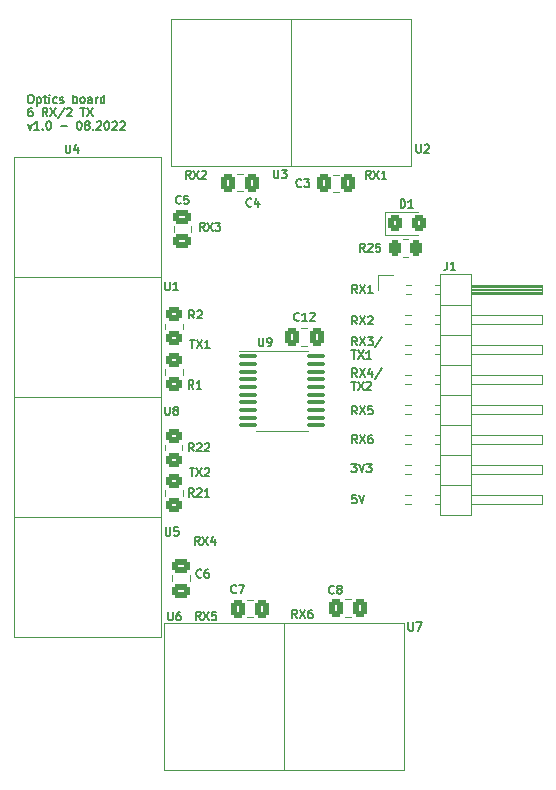
<source format=gto>
G04 #@! TF.GenerationSoftware,KiCad,Pcbnew,(6.0.6)*
G04 #@! TF.CreationDate,2022-08-29T16:25:24+02:00*
G04 #@! TF.ProjectId,optic-transceiver-board-2t6r,6f707469-632d-4747-9261-6e7363656976,rev?*
G04 #@! TF.SameCoordinates,Original*
G04 #@! TF.FileFunction,Legend,Top*
G04 #@! TF.FilePolarity,Positive*
%FSLAX46Y46*%
G04 Gerber Fmt 4.6, Leading zero omitted, Abs format (unit mm)*
G04 Created by KiCad (PCBNEW (6.0.6)) date 2022-08-29 16:25:24*
%MOMM*%
%LPD*%
G01*
G04 APERTURE LIST*
G04 Aperture macros list*
%AMRoundRect*
0 Rectangle with rounded corners*
0 $1 Rounding radius*
0 $2 $3 $4 $5 $6 $7 $8 $9 X,Y pos of 4 corners*
0 Add a 4 corners polygon primitive as box body*
4,1,4,$2,$3,$4,$5,$6,$7,$8,$9,$2,$3,0*
0 Add four circle primitives for the rounded corners*
1,1,$1+$1,$2,$3*
1,1,$1+$1,$4,$5*
1,1,$1+$1,$6,$7*
1,1,$1+$1,$8,$9*
0 Add four rect primitives between the rounded corners*
20,1,$1+$1,$2,$3,$4,$5,0*
20,1,$1+$1,$4,$5,$6,$7,0*
20,1,$1+$1,$6,$7,$8,$9,0*
20,1,$1+$1,$8,$9,$2,$3,0*%
G04 Aperture macros list end*
%ADD10C,0.150000*%
%ADD11C,0.120000*%
%ADD12RoundRect,0.250000X0.337500X0.475000X-0.337500X0.475000X-0.337500X-0.475000X0.337500X-0.475000X0*%
%ADD13RoundRect,0.250000X0.475000X-0.337500X0.475000X0.337500X-0.475000X0.337500X-0.475000X-0.337500X0*%
%ADD14RoundRect,0.250000X-0.325000X-0.450000X0.325000X-0.450000X0.325000X0.450000X-0.325000X0.450000X0*%
%ADD15RoundRect,0.250000X-0.337500X-0.475000X0.337500X-0.475000X0.337500X0.475000X-0.337500X0.475000X0*%
%ADD16RoundRect,0.250000X0.450000X-0.350000X0.450000X0.350000X-0.450000X0.350000X-0.450000X-0.350000X0*%
%ADD17C,3.200000*%
%ADD18C,1.515000*%
%ADD19RoundRect,0.250000X-0.450000X0.350000X-0.450000X-0.350000X0.450000X-0.350000X0.450000X0.350000X0*%
%ADD20RoundRect,0.250000X-0.262500X-0.450000X0.262500X-0.450000X0.262500X0.450000X-0.262500X0.450000X0*%
%ADD21R,1.700000X1.700000*%
%ADD22O,1.700000X1.700000*%
%ADD23RoundRect,0.100000X-0.637500X-0.100000X0.637500X-0.100000X0.637500X0.100000X-0.637500X0.100000X0*%
G04 APERTURE END LIST*
D10*
X97634533Y-70177866D02*
X98034533Y-70177866D01*
X97834533Y-70877866D02*
X97834533Y-70177866D01*
X98201200Y-70177866D02*
X98667866Y-70877866D01*
X98667866Y-70177866D02*
X98201200Y-70877866D01*
X99301200Y-70877866D02*
X98901200Y-70877866D01*
X99101200Y-70877866D02*
X99101200Y-70177866D01*
X99034533Y-70277866D01*
X98967866Y-70344533D01*
X98901200Y-70377866D01*
X97609133Y-81049066D02*
X98009133Y-81049066D01*
X97809133Y-81749066D02*
X97809133Y-81049066D01*
X98175800Y-81049066D02*
X98642466Y-81749066D01*
X98642466Y-81049066D02*
X98175800Y-81749066D01*
X98875800Y-81115733D02*
X98909133Y-81082400D01*
X98975800Y-81049066D01*
X99142466Y-81049066D01*
X99209133Y-81082400D01*
X99242466Y-81115733D01*
X99275800Y-81182400D01*
X99275800Y-81249066D01*
X99242466Y-81349066D01*
X98842466Y-81749066D01*
X99275800Y-81749066D01*
X106687200Y-93763266D02*
X106453866Y-93429933D01*
X106287200Y-93763266D02*
X106287200Y-93063266D01*
X106553866Y-93063266D01*
X106620533Y-93096600D01*
X106653866Y-93129933D01*
X106687200Y-93196600D01*
X106687200Y-93296600D01*
X106653866Y-93363266D01*
X106620533Y-93396600D01*
X106553866Y-93429933D01*
X106287200Y-93429933D01*
X106920533Y-93063266D02*
X107387200Y-93763266D01*
X107387200Y-93063266D02*
X106920533Y-93763266D01*
X107953866Y-93063266D02*
X107820533Y-93063266D01*
X107753866Y-93096600D01*
X107720533Y-93129933D01*
X107653866Y-93229933D01*
X107620533Y-93363266D01*
X107620533Y-93629933D01*
X107653866Y-93696600D01*
X107687200Y-93729933D01*
X107753866Y-93763266D01*
X107887200Y-93763266D01*
X107953866Y-93729933D01*
X107987200Y-93696600D01*
X108020533Y-93629933D01*
X108020533Y-93463266D01*
X107987200Y-93396600D01*
X107953866Y-93363266D01*
X107887200Y-93329933D01*
X107753866Y-93329933D01*
X107687200Y-93363266D01*
X107653866Y-93396600D01*
X107620533Y-93463266D01*
X98533800Y-93915666D02*
X98300466Y-93582333D01*
X98133800Y-93915666D02*
X98133800Y-93215666D01*
X98400466Y-93215666D01*
X98467133Y-93249000D01*
X98500466Y-93282333D01*
X98533800Y-93349000D01*
X98533800Y-93449000D01*
X98500466Y-93515666D01*
X98467133Y-93549000D01*
X98400466Y-93582333D01*
X98133800Y-93582333D01*
X98767133Y-93215666D02*
X99233800Y-93915666D01*
X99233800Y-93215666D02*
X98767133Y-93915666D01*
X99833800Y-93215666D02*
X99500466Y-93215666D01*
X99467133Y-93549000D01*
X99500466Y-93515666D01*
X99567133Y-93482333D01*
X99733800Y-93482333D01*
X99800466Y-93515666D01*
X99833800Y-93549000D01*
X99867133Y-93615666D01*
X99867133Y-93782333D01*
X99833800Y-93849000D01*
X99800466Y-93882333D01*
X99733800Y-93915666D01*
X99567133Y-93915666D01*
X99500466Y-93882333D01*
X99467133Y-93849000D01*
X98457600Y-87565666D02*
X98224266Y-87232333D01*
X98057600Y-87565666D02*
X98057600Y-86865666D01*
X98324266Y-86865666D01*
X98390933Y-86899000D01*
X98424266Y-86932333D01*
X98457600Y-86999000D01*
X98457600Y-87099000D01*
X98424266Y-87165666D01*
X98390933Y-87199000D01*
X98324266Y-87232333D01*
X98057600Y-87232333D01*
X98690933Y-86865666D02*
X99157600Y-87565666D01*
X99157600Y-86865666D02*
X98690933Y-87565666D01*
X99724266Y-87099000D02*
X99724266Y-87565666D01*
X99557600Y-86832333D02*
X99390933Y-87332333D01*
X99824266Y-87332333D01*
X98864000Y-60971866D02*
X98630666Y-60638533D01*
X98464000Y-60971866D02*
X98464000Y-60271866D01*
X98730666Y-60271866D01*
X98797333Y-60305200D01*
X98830666Y-60338533D01*
X98864000Y-60405200D01*
X98864000Y-60505200D01*
X98830666Y-60571866D01*
X98797333Y-60605200D01*
X98730666Y-60638533D01*
X98464000Y-60638533D01*
X99097333Y-60271866D02*
X99564000Y-60971866D01*
X99564000Y-60271866D02*
X99097333Y-60971866D01*
X99764000Y-60271866D02*
X100197333Y-60271866D01*
X99964000Y-60538533D01*
X100064000Y-60538533D01*
X100130666Y-60571866D01*
X100164000Y-60605200D01*
X100197333Y-60671866D01*
X100197333Y-60838533D01*
X100164000Y-60905200D01*
X100130666Y-60938533D01*
X100064000Y-60971866D01*
X99864000Y-60971866D01*
X99797333Y-60938533D01*
X99764000Y-60905200D01*
X97695600Y-56577666D02*
X97462266Y-56244333D01*
X97295600Y-56577666D02*
X97295600Y-55877666D01*
X97562266Y-55877666D01*
X97628933Y-55911000D01*
X97662266Y-55944333D01*
X97695600Y-56011000D01*
X97695600Y-56111000D01*
X97662266Y-56177666D01*
X97628933Y-56211000D01*
X97562266Y-56244333D01*
X97295600Y-56244333D01*
X97928933Y-55877666D02*
X98395600Y-56577666D01*
X98395600Y-55877666D02*
X97928933Y-56577666D01*
X98628933Y-55944333D02*
X98662266Y-55911000D01*
X98728933Y-55877666D01*
X98895600Y-55877666D01*
X98962266Y-55911000D01*
X98995600Y-55944333D01*
X99028933Y-56011000D01*
X99028933Y-56077666D01*
X98995600Y-56177666D01*
X98595600Y-56577666D01*
X99028933Y-56577666D01*
X112935600Y-56577666D02*
X112702266Y-56244333D01*
X112535600Y-56577666D02*
X112535600Y-55877666D01*
X112802266Y-55877666D01*
X112868933Y-55911000D01*
X112902266Y-55944333D01*
X112935600Y-56011000D01*
X112935600Y-56111000D01*
X112902266Y-56177666D01*
X112868933Y-56211000D01*
X112802266Y-56244333D01*
X112535600Y-56244333D01*
X113168933Y-55877666D02*
X113635600Y-56577666D01*
X113635600Y-55877666D02*
X113168933Y-56577666D01*
X114268933Y-56577666D02*
X113868933Y-56577666D01*
X114068933Y-56577666D02*
X114068933Y-55877666D01*
X114002266Y-55977666D01*
X113935600Y-56044333D01*
X113868933Y-56077666D01*
X111767200Y-68896666D02*
X111533866Y-68563333D01*
X111367200Y-68896666D02*
X111367200Y-68196666D01*
X111633866Y-68196666D01*
X111700533Y-68230000D01*
X111733866Y-68263333D01*
X111767200Y-68330000D01*
X111767200Y-68430000D01*
X111733866Y-68496666D01*
X111700533Y-68530000D01*
X111633866Y-68563333D01*
X111367200Y-68563333D01*
X112000533Y-68196666D02*
X112467200Y-68896666D01*
X112467200Y-68196666D02*
X112000533Y-68896666D01*
X112700533Y-68263333D02*
X112733866Y-68230000D01*
X112800533Y-68196666D01*
X112967200Y-68196666D01*
X113033866Y-68230000D01*
X113067200Y-68263333D01*
X113100533Y-68330000D01*
X113100533Y-68396666D01*
X113067200Y-68496666D01*
X112667200Y-68896666D01*
X113100533Y-68896666D01*
X111767200Y-78955066D02*
X111533866Y-78621733D01*
X111367200Y-78955066D02*
X111367200Y-78255066D01*
X111633866Y-78255066D01*
X111700533Y-78288400D01*
X111733866Y-78321733D01*
X111767200Y-78388400D01*
X111767200Y-78488400D01*
X111733866Y-78555066D01*
X111700533Y-78588400D01*
X111633866Y-78621733D01*
X111367200Y-78621733D01*
X112000533Y-78255066D02*
X112467200Y-78955066D01*
X112467200Y-78255066D02*
X112000533Y-78955066D01*
X113033866Y-78255066D02*
X112900533Y-78255066D01*
X112833866Y-78288400D01*
X112800533Y-78321733D01*
X112733866Y-78421733D01*
X112700533Y-78555066D01*
X112700533Y-78821733D01*
X112733866Y-78888400D01*
X112767200Y-78921733D01*
X112833866Y-78955066D01*
X112967200Y-78955066D01*
X113033866Y-78921733D01*
X113067200Y-78888400D01*
X113100533Y-78821733D01*
X113100533Y-78655066D01*
X113067200Y-78588400D01*
X113033866Y-78555066D01*
X112967200Y-78521733D01*
X112833866Y-78521733D01*
X112767200Y-78555066D01*
X112733866Y-78588400D01*
X112700533Y-78655066D01*
X111767200Y-66255066D02*
X111533866Y-65921733D01*
X111367200Y-66255066D02*
X111367200Y-65555066D01*
X111633866Y-65555066D01*
X111700533Y-65588400D01*
X111733866Y-65621733D01*
X111767200Y-65688400D01*
X111767200Y-65788400D01*
X111733866Y-65855066D01*
X111700533Y-65888400D01*
X111633866Y-65921733D01*
X111367200Y-65921733D01*
X112000533Y-65555066D02*
X112467200Y-66255066D01*
X112467200Y-65555066D02*
X112000533Y-66255066D01*
X113100533Y-66255066D02*
X112700533Y-66255066D01*
X112900533Y-66255066D02*
X112900533Y-65555066D01*
X112833866Y-65655066D01*
X112767200Y-65721733D01*
X112700533Y-65755066D01*
X84090500Y-49442066D02*
X84223833Y-49442066D01*
X84290500Y-49475400D01*
X84357166Y-49542066D01*
X84390500Y-49675400D01*
X84390500Y-49908733D01*
X84357166Y-50042066D01*
X84290500Y-50108733D01*
X84223833Y-50142066D01*
X84090500Y-50142066D01*
X84023833Y-50108733D01*
X83957166Y-50042066D01*
X83923833Y-49908733D01*
X83923833Y-49675400D01*
X83957166Y-49542066D01*
X84023833Y-49475400D01*
X84090500Y-49442066D01*
X84690500Y-49675400D02*
X84690500Y-50375400D01*
X84690500Y-49708733D02*
X84757166Y-49675400D01*
X84890500Y-49675400D01*
X84957166Y-49708733D01*
X84990500Y-49742066D01*
X85023833Y-49808733D01*
X85023833Y-50008733D01*
X84990500Y-50075400D01*
X84957166Y-50108733D01*
X84890500Y-50142066D01*
X84757166Y-50142066D01*
X84690500Y-50108733D01*
X85223833Y-49675400D02*
X85490500Y-49675400D01*
X85323833Y-49442066D02*
X85323833Y-50042066D01*
X85357166Y-50108733D01*
X85423833Y-50142066D01*
X85490500Y-50142066D01*
X85723833Y-50142066D02*
X85723833Y-49675400D01*
X85723833Y-49442066D02*
X85690500Y-49475400D01*
X85723833Y-49508733D01*
X85757166Y-49475400D01*
X85723833Y-49442066D01*
X85723833Y-49508733D01*
X86357166Y-50108733D02*
X86290500Y-50142066D01*
X86157166Y-50142066D01*
X86090500Y-50108733D01*
X86057166Y-50075400D01*
X86023833Y-50008733D01*
X86023833Y-49808733D01*
X86057166Y-49742066D01*
X86090500Y-49708733D01*
X86157166Y-49675400D01*
X86290500Y-49675400D01*
X86357166Y-49708733D01*
X86623833Y-50108733D02*
X86690500Y-50142066D01*
X86823833Y-50142066D01*
X86890500Y-50108733D01*
X86923833Y-50042066D01*
X86923833Y-50008733D01*
X86890500Y-49942066D01*
X86823833Y-49908733D01*
X86723833Y-49908733D01*
X86657166Y-49875400D01*
X86623833Y-49808733D01*
X86623833Y-49775400D01*
X86657166Y-49708733D01*
X86723833Y-49675400D01*
X86823833Y-49675400D01*
X86890500Y-49708733D01*
X87757166Y-50142066D02*
X87757166Y-49442066D01*
X87757166Y-49708733D02*
X87823833Y-49675400D01*
X87957166Y-49675400D01*
X88023833Y-49708733D01*
X88057166Y-49742066D01*
X88090500Y-49808733D01*
X88090500Y-50008733D01*
X88057166Y-50075400D01*
X88023833Y-50108733D01*
X87957166Y-50142066D01*
X87823833Y-50142066D01*
X87757166Y-50108733D01*
X88490500Y-50142066D02*
X88423833Y-50108733D01*
X88390500Y-50075400D01*
X88357166Y-50008733D01*
X88357166Y-49808733D01*
X88390500Y-49742066D01*
X88423833Y-49708733D01*
X88490500Y-49675400D01*
X88590500Y-49675400D01*
X88657166Y-49708733D01*
X88690500Y-49742066D01*
X88723833Y-49808733D01*
X88723833Y-50008733D01*
X88690500Y-50075400D01*
X88657166Y-50108733D01*
X88590500Y-50142066D01*
X88490500Y-50142066D01*
X89323833Y-50142066D02*
X89323833Y-49775400D01*
X89290500Y-49708733D01*
X89223833Y-49675400D01*
X89090500Y-49675400D01*
X89023833Y-49708733D01*
X89323833Y-50108733D02*
X89257166Y-50142066D01*
X89090500Y-50142066D01*
X89023833Y-50108733D01*
X88990500Y-50042066D01*
X88990500Y-49975400D01*
X89023833Y-49908733D01*
X89090500Y-49875400D01*
X89257166Y-49875400D01*
X89323833Y-49842066D01*
X89657166Y-50142066D02*
X89657166Y-49675400D01*
X89657166Y-49808733D02*
X89690500Y-49742066D01*
X89723833Y-49708733D01*
X89790500Y-49675400D01*
X89857166Y-49675400D01*
X90390500Y-50142066D02*
X90390500Y-49442066D01*
X90390500Y-50108733D02*
X90323833Y-50142066D01*
X90190500Y-50142066D01*
X90123833Y-50108733D01*
X90090500Y-50075400D01*
X90057166Y-50008733D01*
X90057166Y-49808733D01*
X90090500Y-49742066D01*
X90123833Y-49708733D01*
X90190500Y-49675400D01*
X90323833Y-49675400D01*
X90390500Y-49708733D01*
X84257166Y-50569066D02*
X84123833Y-50569066D01*
X84057166Y-50602400D01*
X84023833Y-50635733D01*
X83957166Y-50735733D01*
X83923833Y-50869066D01*
X83923833Y-51135733D01*
X83957166Y-51202400D01*
X83990500Y-51235733D01*
X84057166Y-51269066D01*
X84190500Y-51269066D01*
X84257166Y-51235733D01*
X84290500Y-51202400D01*
X84323833Y-51135733D01*
X84323833Y-50969066D01*
X84290500Y-50902400D01*
X84257166Y-50869066D01*
X84190500Y-50835733D01*
X84057166Y-50835733D01*
X83990500Y-50869066D01*
X83957166Y-50902400D01*
X83923833Y-50969066D01*
X85557166Y-51269066D02*
X85323833Y-50935733D01*
X85157166Y-51269066D02*
X85157166Y-50569066D01*
X85423833Y-50569066D01*
X85490500Y-50602400D01*
X85523833Y-50635733D01*
X85557166Y-50702400D01*
X85557166Y-50802400D01*
X85523833Y-50869066D01*
X85490500Y-50902400D01*
X85423833Y-50935733D01*
X85157166Y-50935733D01*
X85790500Y-50569066D02*
X86257166Y-51269066D01*
X86257166Y-50569066D02*
X85790500Y-51269066D01*
X87023833Y-50535733D02*
X86423833Y-51435733D01*
X87223833Y-50635733D02*
X87257166Y-50602400D01*
X87323833Y-50569066D01*
X87490500Y-50569066D01*
X87557166Y-50602400D01*
X87590500Y-50635733D01*
X87623833Y-50702400D01*
X87623833Y-50769066D01*
X87590500Y-50869066D01*
X87190500Y-51269066D01*
X87623833Y-51269066D01*
X88357166Y-50569066D02*
X88757166Y-50569066D01*
X88557166Y-51269066D02*
X88557166Y-50569066D01*
X88923833Y-50569066D02*
X89390500Y-51269066D01*
X89390500Y-50569066D02*
X88923833Y-51269066D01*
X83890500Y-51929400D02*
X84057166Y-52396066D01*
X84223833Y-51929400D01*
X84857166Y-52396066D02*
X84457166Y-52396066D01*
X84657166Y-52396066D02*
X84657166Y-51696066D01*
X84590500Y-51796066D01*
X84523833Y-51862733D01*
X84457166Y-51896066D01*
X85157166Y-52329400D02*
X85190500Y-52362733D01*
X85157166Y-52396066D01*
X85123833Y-52362733D01*
X85157166Y-52329400D01*
X85157166Y-52396066D01*
X85623833Y-51696066D02*
X85690500Y-51696066D01*
X85757166Y-51729400D01*
X85790500Y-51762733D01*
X85823833Y-51829400D01*
X85857166Y-51962733D01*
X85857166Y-52129400D01*
X85823833Y-52262733D01*
X85790500Y-52329400D01*
X85757166Y-52362733D01*
X85690500Y-52396066D01*
X85623833Y-52396066D01*
X85557166Y-52362733D01*
X85523833Y-52329400D01*
X85490500Y-52262733D01*
X85457166Y-52129400D01*
X85457166Y-51962733D01*
X85490500Y-51829400D01*
X85523833Y-51762733D01*
X85557166Y-51729400D01*
X85623833Y-51696066D01*
X86690500Y-52129400D02*
X87223833Y-52129400D01*
X88223833Y-51696066D02*
X88290500Y-51696066D01*
X88357166Y-51729400D01*
X88390500Y-51762733D01*
X88423833Y-51829400D01*
X88457166Y-51962733D01*
X88457166Y-52129400D01*
X88423833Y-52262733D01*
X88390500Y-52329400D01*
X88357166Y-52362733D01*
X88290500Y-52396066D01*
X88223833Y-52396066D01*
X88157166Y-52362733D01*
X88123833Y-52329400D01*
X88090500Y-52262733D01*
X88057166Y-52129400D01*
X88057166Y-51962733D01*
X88090500Y-51829400D01*
X88123833Y-51762733D01*
X88157166Y-51729400D01*
X88223833Y-51696066D01*
X88857166Y-51996066D02*
X88790500Y-51962733D01*
X88757166Y-51929400D01*
X88723833Y-51862733D01*
X88723833Y-51829400D01*
X88757166Y-51762733D01*
X88790500Y-51729400D01*
X88857166Y-51696066D01*
X88990500Y-51696066D01*
X89057166Y-51729400D01*
X89090500Y-51762733D01*
X89123833Y-51829400D01*
X89123833Y-51862733D01*
X89090500Y-51929400D01*
X89057166Y-51962733D01*
X88990500Y-51996066D01*
X88857166Y-51996066D01*
X88790500Y-52029400D01*
X88757166Y-52062733D01*
X88723833Y-52129400D01*
X88723833Y-52262733D01*
X88757166Y-52329400D01*
X88790500Y-52362733D01*
X88857166Y-52396066D01*
X88990500Y-52396066D01*
X89057166Y-52362733D01*
X89090500Y-52329400D01*
X89123833Y-52262733D01*
X89123833Y-52129400D01*
X89090500Y-52062733D01*
X89057166Y-52029400D01*
X88990500Y-51996066D01*
X89423833Y-52329400D02*
X89457166Y-52362733D01*
X89423833Y-52396066D01*
X89390500Y-52362733D01*
X89423833Y-52329400D01*
X89423833Y-52396066D01*
X89723833Y-51762733D02*
X89757166Y-51729400D01*
X89823833Y-51696066D01*
X89990500Y-51696066D01*
X90057166Y-51729400D01*
X90090500Y-51762733D01*
X90123833Y-51829400D01*
X90123833Y-51896066D01*
X90090500Y-51996066D01*
X89690500Y-52396066D01*
X90123833Y-52396066D01*
X90557166Y-51696066D02*
X90623833Y-51696066D01*
X90690500Y-51729400D01*
X90723833Y-51762733D01*
X90757166Y-51829400D01*
X90790500Y-51962733D01*
X90790500Y-52129400D01*
X90757166Y-52262733D01*
X90723833Y-52329400D01*
X90690500Y-52362733D01*
X90623833Y-52396066D01*
X90557166Y-52396066D01*
X90490500Y-52362733D01*
X90457166Y-52329400D01*
X90423833Y-52262733D01*
X90390500Y-52129400D01*
X90390500Y-51962733D01*
X90423833Y-51829400D01*
X90457166Y-51762733D01*
X90490500Y-51729400D01*
X90557166Y-51696066D01*
X91057166Y-51762733D02*
X91090500Y-51729400D01*
X91157166Y-51696066D01*
X91323833Y-51696066D01*
X91390500Y-51729400D01*
X91423833Y-51762733D01*
X91457166Y-51829400D01*
X91457166Y-51896066D01*
X91423833Y-51996066D01*
X91023833Y-52396066D01*
X91457166Y-52396066D01*
X91723833Y-51762733D02*
X91757166Y-51729400D01*
X91823833Y-51696066D01*
X91990500Y-51696066D01*
X92057166Y-51729400D01*
X92090500Y-51762733D01*
X92123833Y-51829400D01*
X92123833Y-51896066D01*
X92090500Y-51996066D01*
X91690500Y-52396066D01*
X92123833Y-52396066D01*
X111300533Y-80693466D02*
X111733866Y-80693466D01*
X111500533Y-80960133D01*
X111600533Y-80960133D01*
X111667200Y-80993466D01*
X111700533Y-81026800D01*
X111733866Y-81093466D01*
X111733866Y-81260133D01*
X111700533Y-81326800D01*
X111667200Y-81360133D01*
X111600533Y-81393466D01*
X111400533Y-81393466D01*
X111333866Y-81360133D01*
X111300533Y-81326800D01*
X111933866Y-80693466D02*
X112167200Y-81393466D01*
X112400533Y-80693466D01*
X112567200Y-80693466D02*
X113000533Y-80693466D01*
X112767200Y-80960133D01*
X112867200Y-80960133D01*
X112933866Y-80993466D01*
X112967200Y-81026800D01*
X113000533Y-81093466D01*
X113000533Y-81260133D01*
X112967200Y-81326800D01*
X112933866Y-81360133D01*
X112867200Y-81393466D01*
X112667200Y-81393466D01*
X112600533Y-81360133D01*
X112567200Y-81326800D01*
X111789700Y-73311566D02*
X111556367Y-72978233D01*
X111389700Y-73311566D02*
X111389700Y-72611566D01*
X111656367Y-72611566D01*
X111723034Y-72644900D01*
X111756367Y-72678233D01*
X111789700Y-72744900D01*
X111789700Y-72844900D01*
X111756367Y-72911566D01*
X111723034Y-72944900D01*
X111656367Y-72978233D01*
X111389700Y-72978233D01*
X112023034Y-72611566D02*
X112489700Y-73311566D01*
X112489700Y-72611566D02*
X112023034Y-73311566D01*
X113056367Y-72844900D02*
X113056367Y-73311566D01*
X112889700Y-72578233D02*
X112723034Y-73078233D01*
X113156367Y-73078233D01*
X113923034Y-72578233D02*
X113323034Y-73478233D01*
X111289700Y-73738566D02*
X111689700Y-73738566D01*
X111489700Y-74438566D02*
X111489700Y-73738566D01*
X111856367Y-73738566D02*
X112323034Y-74438566D01*
X112323034Y-73738566D02*
X111856367Y-74438566D01*
X112556367Y-73805233D02*
X112589700Y-73771900D01*
X112656367Y-73738566D01*
X112823034Y-73738566D01*
X112889700Y-73771900D01*
X112923034Y-73805233D01*
X112956367Y-73871900D01*
X112956367Y-73938566D01*
X112923034Y-74038566D01*
X112523034Y-74438566D01*
X112956367Y-74438566D01*
X111767200Y-76516666D02*
X111533866Y-76183333D01*
X111367200Y-76516666D02*
X111367200Y-75816666D01*
X111633866Y-75816666D01*
X111700533Y-75850000D01*
X111733866Y-75883333D01*
X111767200Y-75950000D01*
X111767200Y-76050000D01*
X111733866Y-76116666D01*
X111700533Y-76150000D01*
X111633866Y-76183333D01*
X111367200Y-76183333D01*
X112000533Y-75816666D02*
X112467200Y-76516666D01*
X112467200Y-75816666D02*
X112000533Y-76516666D01*
X113067200Y-75816666D02*
X112733866Y-75816666D01*
X112700533Y-76150000D01*
X112733866Y-76116666D01*
X112800533Y-76083333D01*
X112967200Y-76083333D01*
X113033866Y-76116666D01*
X113067200Y-76150000D01*
X113100533Y-76216666D01*
X113100533Y-76383333D01*
X113067200Y-76450000D01*
X113033866Y-76483333D01*
X112967200Y-76516666D01*
X112800533Y-76516666D01*
X112733866Y-76483333D01*
X112700533Y-76450000D01*
X111789700Y-70669966D02*
X111556367Y-70336633D01*
X111389700Y-70669966D02*
X111389700Y-69969966D01*
X111656367Y-69969966D01*
X111723034Y-70003300D01*
X111756367Y-70036633D01*
X111789700Y-70103300D01*
X111789700Y-70203300D01*
X111756367Y-70269966D01*
X111723034Y-70303300D01*
X111656367Y-70336633D01*
X111389700Y-70336633D01*
X112023034Y-69969966D02*
X112489700Y-70669966D01*
X112489700Y-69969966D02*
X112023034Y-70669966D01*
X112689700Y-69969966D02*
X113123034Y-69969966D01*
X112889700Y-70236633D01*
X112989700Y-70236633D01*
X113056367Y-70269966D01*
X113089700Y-70303300D01*
X113123034Y-70369966D01*
X113123034Y-70536633D01*
X113089700Y-70603300D01*
X113056367Y-70636633D01*
X112989700Y-70669966D01*
X112789700Y-70669966D01*
X112723034Y-70636633D01*
X112689700Y-70603300D01*
X113923034Y-69936633D02*
X113323034Y-70836633D01*
X111289700Y-71096966D02*
X111689700Y-71096966D01*
X111489700Y-71796966D02*
X111489700Y-71096966D01*
X111856367Y-71096966D02*
X112323034Y-71796966D01*
X112323034Y-71096966D02*
X111856367Y-71796966D01*
X112956367Y-71796966D02*
X112556367Y-71796966D01*
X112756367Y-71796966D02*
X112756367Y-71096966D01*
X112689700Y-71196966D01*
X112623034Y-71263633D01*
X112556367Y-71296966D01*
X111700533Y-83335066D02*
X111367200Y-83335066D01*
X111333867Y-83668400D01*
X111367200Y-83635066D01*
X111433867Y-83601733D01*
X111600533Y-83601733D01*
X111667200Y-83635066D01*
X111700533Y-83668400D01*
X111733867Y-83735066D01*
X111733867Y-83901733D01*
X111700533Y-83968400D01*
X111667200Y-84001733D01*
X111600533Y-84035066D01*
X111433867Y-84035066D01*
X111367200Y-84001733D01*
X111333867Y-83968400D01*
X111933867Y-83335066D02*
X112167200Y-84035066D01*
X112400533Y-83335066D01*
X109814533Y-91639200D02*
X109781200Y-91672533D01*
X109681200Y-91705866D01*
X109614533Y-91705866D01*
X109514533Y-91672533D01*
X109447866Y-91605866D01*
X109414533Y-91539200D01*
X109381200Y-91405866D01*
X109381200Y-91305866D01*
X109414533Y-91172533D01*
X109447866Y-91105866D01*
X109514533Y-91039200D01*
X109614533Y-91005866D01*
X109681200Y-91005866D01*
X109781200Y-91039200D01*
X109814533Y-91072533D01*
X110214533Y-91305866D02*
X110147866Y-91272533D01*
X110114533Y-91239200D01*
X110081200Y-91172533D01*
X110081200Y-91139200D01*
X110114533Y-91072533D01*
X110147866Y-91039200D01*
X110214533Y-91005866D01*
X110347866Y-91005866D01*
X110414533Y-91039200D01*
X110447866Y-91072533D01*
X110481200Y-91139200D01*
X110481200Y-91172533D01*
X110447866Y-91239200D01*
X110414533Y-91272533D01*
X110347866Y-91305866D01*
X110214533Y-91305866D01*
X110147866Y-91339200D01*
X110114533Y-91372533D01*
X110081200Y-91439200D01*
X110081200Y-91572533D01*
X110114533Y-91639200D01*
X110147866Y-91672533D01*
X110214533Y-91705866D01*
X110347866Y-91705866D01*
X110414533Y-91672533D01*
X110447866Y-91639200D01*
X110481200Y-91572533D01*
X110481200Y-91439200D01*
X110447866Y-91372533D01*
X110414533Y-91339200D01*
X110347866Y-91305866D01*
X98587733Y-90267600D02*
X98554400Y-90300933D01*
X98454400Y-90334266D01*
X98387733Y-90334266D01*
X98287733Y-90300933D01*
X98221066Y-90234266D01*
X98187733Y-90167600D01*
X98154400Y-90034266D01*
X98154400Y-89934266D01*
X98187733Y-89800933D01*
X98221066Y-89734266D01*
X98287733Y-89667600D01*
X98387733Y-89634266D01*
X98454400Y-89634266D01*
X98554400Y-89667600D01*
X98587733Y-89700933D01*
X99187733Y-89634266D02*
X99054400Y-89634266D01*
X98987733Y-89667600D01*
X98954400Y-89700933D01*
X98887733Y-89800933D01*
X98854400Y-89934266D01*
X98854400Y-90200933D01*
X98887733Y-90267600D01*
X98921066Y-90300933D01*
X98987733Y-90334266D01*
X99121066Y-90334266D01*
X99187733Y-90300933D01*
X99221066Y-90267600D01*
X99254400Y-90200933D01*
X99254400Y-90034266D01*
X99221066Y-89967600D01*
X99187733Y-89934266D01*
X99121066Y-89900933D01*
X98987733Y-89900933D01*
X98921066Y-89934266D01*
X98887733Y-89967600D01*
X98854400Y-90034266D01*
X115459733Y-59017066D02*
X115459733Y-58317066D01*
X115626400Y-58317066D01*
X115726400Y-58350400D01*
X115793066Y-58417066D01*
X115826400Y-58483733D01*
X115859733Y-58617066D01*
X115859733Y-58717066D01*
X115826400Y-58850400D01*
X115793066Y-58917066D01*
X115726400Y-58983733D01*
X115626400Y-59017066D01*
X115459733Y-59017066D01*
X116526400Y-59017066D02*
X116126400Y-59017066D01*
X116326400Y-59017066D02*
X116326400Y-58317066D01*
X116259733Y-58417066D01*
X116193066Y-58483733D01*
X116126400Y-58517066D01*
X107071333Y-57196800D02*
X107038000Y-57230133D01*
X106938000Y-57263466D01*
X106871333Y-57263466D01*
X106771333Y-57230133D01*
X106704666Y-57163466D01*
X106671333Y-57096800D01*
X106638000Y-56963466D01*
X106638000Y-56863466D01*
X106671333Y-56730133D01*
X106704666Y-56663466D01*
X106771333Y-56596800D01*
X106871333Y-56563466D01*
X106938000Y-56563466D01*
X107038000Y-56596800D01*
X107071333Y-56630133D01*
X107304666Y-56563466D02*
X107738000Y-56563466D01*
X107504666Y-56830133D01*
X107604666Y-56830133D01*
X107671333Y-56863466D01*
X107704666Y-56896800D01*
X107738000Y-56963466D01*
X107738000Y-57130133D01*
X107704666Y-57196800D01*
X107671333Y-57230133D01*
X107604666Y-57263466D01*
X107404666Y-57263466D01*
X107338000Y-57230133D01*
X107304666Y-57196800D01*
X97949600Y-79650266D02*
X97716266Y-79316933D01*
X97549600Y-79650266D02*
X97549600Y-78950266D01*
X97816266Y-78950266D01*
X97882933Y-78983600D01*
X97916266Y-79016933D01*
X97949600Y-79083600D01*
X97949600Y-79183600D01*
X97916266Y-79250266D01*
X97882933Y-79283600D01*
X97816266Y-79316933D01*
X97549600Y-79316933D01*
X98216266Y-79016933D02*
X98249600Y-78983600D01*
X98316266Y-78950266D01*
X98482933Y-78950266D01*
X98549600Y-78983600D01*
X98582933Y-79016933D01*
X98616266Y-79083600D01*
X98616266Y-79150266D01*
X98582933Y-79250266D01*
X98182933Y-79650266D01*
X98616266Y-79650266D01*
X98882933Y-79016933D02*
X98916266Y-78983600D01*
X98982933Y-78950266D01*
X99149600Y-78950266D01*
X99216266Y-78983600D01*
X99249600Y-79016933D01*
X99282933Y-79083600D01*
X99282933Y-79150266D01*
X99249600Y-79250266D01*
X98849600Y-79650266D01*
X99282933Y-79650266D01*
X97949600Y-83476266D02*
X97716266Y-83142933D01*
X97549600Y-83476266D02*
X97549600Y-82776266D01*
X97816266Y-82776266D01*
X97882933Y-82809600D01*
X97916266Y-82842933D01*
X97949600Y-82909600D01*
X97949600Y-83009600D01*
X97916266Y-83076266D01*
X97882933Y-83109600D01*
X97816266Y-83142933D01*
X97549600Y-83142933D01*
X98216266Y-82842933D02*
X98249600Y-82809600D01*
X98316266Y-82776266D01*
X98482933Y-82776266D01*
X98549600Y-82809600D01*
X98582933Y-82842933D01*
X98616266Y-82909600D01*
X98616266Y-82976266D01*
X98582933Y-83076266D01*
X98182933Y-83476266D01*
X98616266Y-83476266D01*
X99282933Y-83476266D02*
X98882933Y-83476266D01*
X99082933Y-83476266D02*
X99082933Y-82776266D01*
X99016266Y-82876266D01*
X98949600Y-82942933D01*
X98882933Y-82976266D01*
X116789266Y-53642466D02*
X116789266Y-54209133D01*
X116822600Y-54275800D01*
X116855933Y-54309133D01*
X116922600Y-54342466D01*
X117055933Y-54342466D01*
X117122600Y-54309133D01*
X117155933Y-54275800D01*
X117189266Y-54209133D01*
X117189266Y-53642466D01*
X117489266Y-53709133D02*
X117522600Y-53675800D01*
X117589266Y-53642466D01*
X117755933Y-53642466D01*
X117822600Y-53675800D01*
X117855933Y-53709133D01*
X117889266Y-53775800D01*
X117889266Y-53842466D01*
X117855933Y-53942466D01*
X117455933Y-54342466D01*
X117889266Y-54342466D01*
X97927333Y-74332266D02*
X97694000Y-73998933D01*
X97527333Y-74332266D02*
X97527333Y-73632266D01*
X97794000Y-73632266D01*
X97860666Y-73665600D01*
X97894000Y-73698933D01*
X97927333Y-73765600D01*
X97927333Y-73865600D01*
X97894000Y-73932266D01*
X97860666Y-73965600D01*
X97794000Y-73998933D01*
X97527333Y-73998933D01*
X98594000Y-74332266D02*
X98194000Y-74332266D01*
X98394000Y-74332266D02*
X98394000Y-73632266D01*
X98327333Y-73732266D01*
X98260666Y-73798933D01*
X98194000Y-73832266D01*
X95580266Y-86078266D02*
X95580266Y-86644933D01*
X95613600Y-86711600D01*
X95646933Y-86744933D01*
X95713600Y-86778266D01*
X95846933Y-86778266D01*
X95913600Y-86744933D01*
X95946933Y-86711600D01*
X95980266Y-86644933D01*
X95980266Y-86078266D01*
X96646933Y-86078266D02*
X96313600Y-86078266D01*
X96280266Y-86411600D01*
X96313600Y-86378266D01*
X96380266Y-86344933D01*
X96546933Y-86344933D01*
X96613600Y-86378266D01*
X96646933Y-86411600D01*
X96680266Y-86478266D01*
X96680266Y-86644933D01*
X96646933Y-86711600D01*
X96613600Y-86744933D01*
X96546933Y-86778266D01*
X96380266Y-86778266D01*
X96313600Y-86744933D01*
X96280266Y-86711600D01*
X116128866Y-94130066D02*
X116128866Y-94696733D01*
X116162200Y-94763400D01*
X116195533Y-94796733D01*
X116262200Y-94830066D01*
X116395533Y-94830066D01*
X116462200Y-94796733D01*
X116495533Y-94763400D01*
X116528866Y-94696733D01*
X116528866Y-94130066D01*
X116795533Y-94130066D02*
X117262200Y-94130066D01*
X116962200Y-94830066D01*
X112427600Y-62749866D02*
X112194266Y-62416533D01*
X112027600Y-62749866D02*
X112027600Y-62049866D01*
X112294266Y-62049866D01*
X112360933Y-62083200D01*
X112394266Y-62116533D01*
X112427600Y-62183200D01*
X112427600Y-62283200D01*
X112394266Y-62349866D01*
X112360933Y-62383200D01*
X112294266Y-62416533D01*
X112027600Y-62416533D01*
X112694266Y-62116533D02*
X112727600Y-62083200D01*
X112794266Y-62049866D01*
X112960933Y-62049866D01*
X113027600Y-62083200D01*
X113060933Y-62116533D01*
X113094266Y-62183200D01*
X113094266Y-62249866D01*
X113060933Y-62349866D01*
X112660933Y-62749866D01*
X113094266Y-62749866D01*
X113727600Y-62049866D02*
X113394266Y-62049866D01*
X113360933Y-62383200D01*
X113394266Y-62349866D01*
X113460933Y-62316533D01*
X113627600Y-62316533D01*
X113694266Y-62349866D01*
X113727600Y-62383200D01*
X113760933Y-62449866D01*
X113760933Y-62616533D01*
X113727600Y-62683200D01*
X113694266Y-62716533D01*
X113627600Y-62749866D01*
X113460933Y-62749866D01*
X113394266Y-62716533D01*
X113360933Y-62683200D01*
X95529466Y-75867466D02*
X95529466Y-76434133D01*
X95562800Y-76500800D01*
X95596133Y-76534133D01*
X95662800Y-76567466D01*
X95796133Y-76567466D01*
X95862800Y-76534133D01*
X95896133Y-76500800D01*
X95929466Y-76434133D01*
X95929466Y-75867466D01*
X96362800Y-76167466D02*
X96296133Y-76134133D01*
X96262800Y-76100800D01*
X96229466Y-76034133D01*
X96229466Y-76000800D01*
X96262800Y-75934133D01*
X96296133Y-75900800D01*
X96362800Y-75867466D01*
X96496133Y-75867466D01*
X96562800Y-75900800D01*
X96596133Y-75934133D01*
X96629466Y-76000800D01*
X96629466Y-76034133D01*
X96596133Y-76100800D01*
X96562800Y-76134133D01*
X96496133Y-76167466D01*
X96362800Y-76167466D01*
X96296133Y-76200800D01*
X96262800Y-76234133D01*
X96229466Y-76300800D01*
X96229466Y-76434133D01*
X96262800Y-76500800D01*
X96296133Y-76534133D01*
X96362800Y-76567466D01*
X96496133Y-76567466D01*
X96562800Y-76534133D01*
X96596133Y-76500800D01*
X96629466Y-76434133D01*
X96629466Y-76300800D01*
X96596133Y-76234133D01*
X96562800Y-76200800D01*
X96496133Y-76167466D01*
X119400666Y-63573866D02*
X119400666Y-64073866D01*
X119367333Y-64173866D01*
X119300666Y-64240533D01*
X119200666Y-64273866D01*
X119134000Y-64273866D01*
X120100666Y-64273866D02*
X119700666Y-64273866D01*
X119900666Y-64273866D02*
X119900666Y-63573866D01*
X119834000Y-63673866D01*
X119767333Y-63740533D01*
X119700666Y-63773866D01*
X97978133Y-68388666D02*
X97744800Y-68055333D01*
X97578133Y-68388666D02*
X97578133Y-67688666D01*
X97844800Y-67688666D01*
X97911466Y-67722000D01*
X97944800Y-67755333D01*
X97978133Y-67822000D01*
X97978133Y-67922000D01*
X97944800Y-67988666D01*
X97911466Y-68022000D01*
X97844800Y-68055333D01*
X97578133Y-68055333D01*
X98244800Y-67755333D02*
X98278133Y-67722000D01*
X98344800Y-67688666D01*
X98511466Y-67688666D01*
X98578133Y-67722000D01*
X98611466Y-67755333D01*
X98644800Y-67822000D01*
X98644800Y-67888666D01*
X98611466Y-67988666D01*
X98211466Y-68388666D01*
X98644800Y-68388666D01*
X87096666Y-53667866D02*
X87096666Y-54234533D01*
X87130000Y-54301200D01*
X87163333Y-54334533D01*
X87230000Y-54367866D01*
X87363333Y-54367866D01*
X87430000Y-54334533D01*
X87463333Y-54301200D01*
X87496666Y-54234533D01*
X87496666Y-53667866D01*
X88130000Y-53901200D02*
X88130000Y-54367866D01*
X87963333Y-53634533D02*
X87796666Y-54134533D01*
X88230000Y-54134533D01*
X95783466Y-93241066D02*
X95783466Y-93807733D01*
X95816800Y-93874400D01*
X95850133Y-93907733D01*
X95916800Y-93941066D01*
X96050133Y-93941066D01*
X96116800Y-93907733D01*
X96150133Y-93874400D01*
X96183466Y-93807733D01*
X96183466Y-93241066D01*
X96816800Y-93241066D02*
X96683466Y-93241066D01*
X96616800Y-93274400D01*
X96583466Y-93307733D01*
X96516800Y-93407733D01*
X96483466Y-93541066D01*
X96483466Y-93807733D01*
X96516800Y-93874400D01*
X96550133Y-93907733D01*
X96616800Y-93941066D01*
X96750133Y-93941066D01*
X96816800Y-93907733D01*
X96850133Y-93874400D01*
X96883466Y-93807733D01*
X96883466Y-93641066D01*
X96850133Y-93574400D01*
X96816800Y-93541066D01*
X96750133Y-93507733D01*
X96616800Y-93507733D01*
X96550133Y-93541066D01*
X96516800Y-93574400D01*
X96483466Y-93641066D01*
X103454266Y-70025466D02*
X103454266Y-70592133D01*
X103487600Y-70658800D01*
X103520933Y-70692133D01*
X103587600Y-70725466D01*
X103720933Y-70725466D01*
X103787600Y-70692133D01*
X103820933Y-70658800D01*
X103854266Y-70592133D01*
X103854266Y-70025466D01*
X104220933Y-70725466D02*
X104354266Y-70725466D01*
X104420933Y-70692133D01*
X104454266Y-70658800D01*
X104520933Y-70558800D01*
X104554266Y-70425466D01*
X104554266Y-70158800D01*
X104520933Y-70092133D01*
X104487600Y-70058800D01*
X104420933Y-70025466D01*
X104287600Y-70025466D01*
X104220933Y-70058800D01*
X104187600Y-70092133D01*
X104154266Y-70158800D01*
X104154266Y-70325466D01*
X104187600Y-70392133D01*
X104220933Y-70425466D01*
X104287600Y-70458800D01*
X104420933Y-70458800D01*
X104487600Y-70425466D01*
X104520933Y-70392133D01*
X104554266Y-70325466D01*
X96860533Y-58619200D02*
X96827200Y-58652533D01*
X96727200Y-58685866D01*
X96660533Y-58685866D01*
X96560533Y-58652533D01*
X96493866Y-58585866D01*
X96460533Y-58519200D01*
X96427200Y-58385866D01*
X96427200Y-58285866D01*
X96460533Y-58152533D01*
X96493866Y-58085866D01*
X96560533Y-58019200D01*
X96660533Y-57985866D01*
X96727200Y-57985866D01*
X96827200Y-58019200D01*
X96860533Y-58052533D01*
X97493866Y-57985866D02*
X97160533Y-57985866D01*
X97127200Y-58319200D01*
X97160533Y-58285866D01*
X97227200Y-58252533D01*
X97393866Y-58252533D01*
X97460533Y-58285866D01*
X97493866Y-58319200D01*
X97527200Y-58385866D01*
X97527200Y-58552533D01*
X97493866Y-58619200D01*
X97460533Y-58652533D01*
X97393866Y-58685866D01*
X97227200Y-58685866D01*
X97160533Y-58652533D01*
X97127200Y-58619200D01*
X104724266Y-55801466D02*
X104724266Y-56368133D01*
X104757600Y-56434800D01*
X104790933Y-56468133D01*
X104857600Y-56501466D01*
X104990933Y-56501466D01*
X105057600Y-56468133D01*
X105090933Y-56434800D01*
X105124266Y-56368133D01*
X105124266Y-55801466D01*
X105390933Y-55801466D02*
X105824266Y-55801466D01*
X105590933Y-56068133D01*
X105690933Y-56068133D01*
X105757600Y-56101466D01*
X105790933Y-56134800D01*
X105824266Y-56201466D01*
X105824266Y-56368133D01*
X105790933Y-56434800D01*
X105757600Y-56468133D01*
X105690933Y-56501466D01*
X105490933Y-56501466D01*
X105424266Y-56468133D01*
X105390933Y-56434800D01*
X102829533Y-58847800D02*
X102796200Y-58881133D01*
X102696200Y-58914466D01*
X102629533Y-58914466D01*
X102529533Y-58881133D01*
X102462866Y-58814466D01*
X102429533Y-58747800D01*
X102396200Y-58614466D01*
X102396200Y-58514466D01*
X102429533Y-58381133D01*
X102462866Y-58314466D01*
X102529533Y-58247800D01*
X102629533Y-58214466D01*
X102696200Y-58214466D01*
X102796200Y-58247800D01*
X102829533Y-58281133D01*
X103429533Y-58447800D02*
X103429533Y-58914466D01*
X103262866Y-58181133D02*
X103096200Y-58681133D01*
X103529533Y-58681133D01*
X95529466Y-65301066D02*
X95529466Y-65867733D01*
X95562800Y-65934400D01*
X95596133Y-65967733D01*
X95662800Y-66001066D01*
X95796133Y-66001066D01*
X95862800Y-65967733D01*
X95896133Y-65934400D01*
X95929466Y-65867733D01*
X95929466Y-65301066D01*
X96629466Y-66001066D02*
X96229466Y-66001066D01*
X96429466Y-66001066D02*
X96429466Y-65301066D01*
X96362800Y-65401066D01*
X96296133Y-65467733D01*
X96229466Y-65501066D01*
X106868900Y-68521600D02*
X106835566Y-68554933D01*
X106735566Y-68588266D01*
X106668900Y-68588266D01*
X106568900Y-68554933D01*
X106502233Y-68488266D01*
X106468900Y-68421600D01*
X106435566Y-68288266D01*
X106435566Y-68188266D01*
X106468900Y-68054933D01*
X106502233Y-67988266D01*
X106568900Y-67921600D01*
X106668900Y-67888266D01*
X106735566Y-67888266D01*
X106835566Y-67921600D01*
X106868900Y-67954933D01*
X107535566Y-68588266D02*
X107135566Y-68588266D01*
X107335566Y-68588266D02*
X107335566Y-67888266D01*
X107268900Y-67988266D01*
X107202233Y-68054933D01*
X107135566Y-68088266D01*
X107802233Y-67954933D02*
X107835566Y-67921600D01*
X107902233Y-67888266D01*
X108068900Y-67888266D01*
X108135566Y-67921600D01*
X108168900Y-67954933D01*
X108202233Y-68021600D01*
X108202233Y-68088266D01*
X108168900Y-68188266D01*
X107768900Y-68588266D01*
X108202233Y-68588266D01*
X101534133Y-91588400D02*
X101500800Y-91621733D01*
X101400800Y-91655066D01*
X101334133Y-91655066D01*
X101234133Y-91621733D01*
X101167466Y-91555066D01*
X101134133Y-91488400D01*
X101100800Y-91355066D01*
X101100800Y-91255066D01*
X101134133Y-91121733D01*
X101167466Y-91055066D01*
X101234133Y-90988400D01*
X101334133Y-90955066D01*
X101400800Y-90955066D01*
X101500800Y-90988400D01*
X101534133Y-91021733D01*
X101767466Y-90955066D02*
X102234133Y-90955066D01*
X101934133Y-91655066D01*
D11*
X111288552Y-92178200D02*
X110766048Y-92178200D01*
X111288552Y-93648200D02*
X110766048Y-93648200D01*
X97610600Y-90659852D02*
X97610600Y-90137348D01*
X96140600Y-90659852D02*
X96140600Y-90137348D01*
X116976400Y-59390400D02*
X114116400Y-59390400D01*
X114116400Y-59390400D02*
X114116400Y-61310400D01*
X114116400Y-61310400D02*
X116976400Y-61310400D01*
X109720748Y-57681800D02*
X110243252Y-57681800D01*
X109720748Y-56211800D02*
X110243252Y-56211800D01*
X95505600Y-79560664D02*
X95505600Y-79106536D01*
X96975600Y-79560664D02*
X96975600Y-79106536D01*
X95531000Y-83386664D02*
X95531000Y-82932536D01*
X97001000Y-83386664D02*
X97001000Y-82932536D01*
X116357400Y-43027600D02*
X106197400Y-43027600D01*
X116357400Y-55473600D02*
X116357400Y-43027600D01*
X106197400Y-43027600D02*
X106197400Y-55473600D01*
X106197400Y-55473600D02*
X116357400Y-55473600D01*
X97026400Y-72696336D02*
X97026400Y-73150464D01*
X95556400Y-72696336D02*
X95556400Y-73150464D01*
X82727800Y-85166200D02*
X82727800Y-95326200D01*
X82727800Y-95326200D02*
X95173800Y-95326200D01*
X95173800Y-95326200D02*
X95173800Y-85166200D01*
X95173800Y-85166200D02*
X82727800Y-85166200D01*
X105571800Y-94213800D02*
X105571800Y-106659800D01*
X115731800Y-94213800D02*
X105571800Y-94213800D01*
X105571800Y-106659800D02*
X115731800Y-106659800D01*
X115731800Y-106659800D02*
X115731800Y-94213800D01*
X115645836Y-63168200D02*
X116099964Y-63168200D01*
X115645836Y-61698200D02*
X116099964Y-61698200D01*
X95173800Y-75006200D02*
X82727800Y-75006200D01*
X95173800Y-85166200D02*
X95173800Y-75006200D01*
X82727800Y-75006200D02*
X82727800Y-85166200D01*
X82727800Y-85166200D02*
X95173800Y-85166200D01*
X115850929Y-75737800D02*
X116305071Y-75737800D01*
X118390929Y-81577800D02*
X118788000Y-81577800D01*
X118390929Y-70657800D02*
X118788000Y-70657800D01*
X127448000Y-80817800D02*
X127448000Y-81577800D01*
X127448000Y-81577800D02*
X121448000Y-81577800D01*
X113538000Y-65957800D02*
X113538000Y-64687800D01*
X118390929Y-73957800D02*
X118788000Y-73957800D01*
X127448000Y-68877800D02*
X121448000Y-68877800D01*
X118390929Y-68877800D02*
X118788000Y-68877800D01*
X115850929Y-68877800D02*
X116305071Y-68877800D01*
X115850929Y-81577800D02*
X116305071Y-81577800D01*
X121448000Y-65637800D02*
X127448000Y-65637800D01*
X121448000Y-66237800D02*
X127448000Y-66237800D01*
X118390929Y-78277800D02*
X118788000Y-78277800D01*
X121448000Y-83357800D02*
X127448000Y-83357800D01*
X115850929Y-83357800D02*
X116305071Y-83357800D01*
X121448000Y-65997800D02*
X127448000Y-65997800D01*
X118788000Y-74847800D02*
X121448000Y-74847800D01*
X115850929Y-80817800D02*
X116305071Y-80817800D01*
X115850929Y-70657800D02*
X116305071Y-70657800D01*
X118788000Y-82467800D02*
X121448000Y-82467800D01*
X118788000Y-72307800D02*
X121448000Y-72307800D01*
X121448000Y-70657800D02*
X127448000Y-70657800D01*
X121448000Y-66117800D02*
X127448000Y-66117800D01*
X115918000Y-66337800D02*
X116305071Y-66337800D01*
X127448000Y-66337800D02*
X121448000Y-66337800D01*
X121448000Y-65577800D02*
X127448000Y-65577800D01*
X127448000Y-84117800D02*
X121448000Y-84117800D01*
X121448000Y-65877800D02*
X127448000Y-65877800D01*
X127448000Y-78277800D02*
X127448000Y-79037800D01*
X118788000Y-77387800D02*
X121448000Y-77387800D01*
X127448000Y-68117800D02*
X127448000Y-68877800D01*
X127448000Y-79037800D02*
X121448000Y-79037800D01*
X118788000Y-64627800D02*
X118788000Y-85067800D01*
X115918000Y-65577800D02*
X116305071Y-65577800D01*
X115850929Y-84117800D02*
X116305071Y-84117800D01*
X115850929Y-76497800D02*
X116305071Y-76497800D01*
X118390929Y-75737800D02*
X118788000Y-75737800D01*
X118390929Y-65577800D02*
X118788000Y-65577800D01*
X118390929Y-83357800D02*
X118788000Y-83357800D01*
X118390929Y-68117800D02*
X118788000Y-68117800D01*
X127448000Y-65577800D02*
X127448000Y-66337800D01*
X118788000Y-67227800D02*
X121448000Y-67227800D01*
X127448000Y-75737800D02*
X127448000Y-76497800D01*
X121448000Y-75737800D02*
X127448000Y-75737800D01*
X115850929Y-68117800D02*
X116305071Y-68117800D01*
X127448000Y-83357800D02*
X127448000Y-84117800D01*
X121448000Y-64627800D02*
X118788000Y-64627800D01*
X118390929Y-76497800D02*
X118788000Y-76497800D01*
X121448000Y-80817800D02*
X127448000Y-80817800D01*
X127448000Y-70657800D02*
X127448000Y-71417800D01*
X127448000Y-76497800D02*
X121448000Y-76497800D01*
X118390929Y-80817800D02*
X118788000Y-80817800D01*
X121448000Y-73197800D02*
X127448000Y-73197800D01*
X127448000Y-73197800D02*
X127448000Y-73957800D01*
X127448000Y-73957800D02*
X121448000Y-73957800D01*
X118390929Y-66337800D02*
X118788000Y-66337800D01*
X127448000Y-71417800D02*
X121448000Y-71417800D01*
X115850929Y-73197800D02*
X116305071Y-73197800D01*
X121448000Y-85067800D02*
X121448000Y-64627800D01*
X118390929Y-79037800D02*
X118788000Y-79037800D01*
X115850929Y-78277800D02*
X116305071Y-78277800D01*
X121448000Y-65757800D02*
X127448000Y-65757800D01*
X118788000Y-69767800D02*
X121448000Y-69767800D01*
X118390929Y-73197800D02*
X118788000Y-73197800D01*
X118788000Y-79927800D02*
X121448000Y-79927800D01*
X121448000Y-78277800D02*
X127448000Y-78277800D01*
X115850929Y-73957800D02*
X116305071Y-73957800D01*
X118390929Y-71417800D02*
X118788000Y-71417800D01*
X118390929Y-84117800D02*
X118788000Y-84117800D01*
X118788000Y-85067800D02*
X121448000Y-85067800D01*
X115850929Y-79037800D02*
X116305071Y-79037800D01*
X121448000Y-68117800D02*
X127448000Y-68117800D01*
X115850929Y-71417800D02*
X116305071Y-71417800D01*
X113538000Y-64687800D02*
X114808000Y-64687800D01*
X97001000Y-69273664D02*
X97001000Y-68819536D01*
X95531000Y-69273664D02*
X95531000Y-68819536D01*
X82727800Y-64846200D02*
X95173800Y-64846200D01*
X95173800Y-64846200D02*
X95173800Y-54686200D01*
X95173800Y-54686200D02*
X82727800Y-54686200D01*
X82727800Y-54686200D02*
X82727800Y-64846200D01*
X105571600Y-94213800D02*
X95411600Y-94213800D01*
X105571600Y-106659800D02*
X105571600Y-94213800D01*
X95411600Y-94213800D02*
X95411600Y-106659800D01*
X95411600Y-106659800D02*
X105571600Y-106659800D01*
X105410000Y-77908600D02*
X107610000Y-77908600D01*
X105410000Y-77908600D02*
X103210000Y-77908600D01*
X105410000Y-71138600D02*
X107610000Y-71138600D01*
X105410000Y-71138600D02*
X101810000Y-71138600D01*
X97712200Y-61098152D02*
X97712200Y-60575648D01*
X96242200Y-61098152D02*
X96242200Y-60575648D01*
X96037400Y-55473600D02*
X106197400Y-55473600D01*
X106197400Y-43027600D02*
X96037400Y-43027600D01*
X96037400Y-43027600D02*
X96037400Y-55473600D01*
X106197400Y-55473600D02*
X106197400Y-43027600D01*
X101592748Y-56161000D02*
X102115252Y-56161000D01*
X101592748Y-57631000D02*
X102115252Y-57631000D01*
X82727800Y-75006200D02*
X95173800Y-75006200D01*
X95173800Y-64846200D02*
X82727800Y-64846200D01*
X95173800Y-75006200D02*
X95173800Y-64846200D01*
X82727800Y-64846200D02*
X82727800Y-75006200D01*
X107057648Y-69216600D02*
X107580152Y-69216600D01*
X107057648Y-70686600D02*
X107580152Y-70686600D01*
X102978852Y-92229000D02*
X102456348Y-92229000D01*
X102978852Y-93699000D02*
X102456348Y-93699000D01*
%LPC*%
D12*
X112064800Y-92913200D03*
X109989800Y-92913200D03*
D13*
X96875600Y-91436100D03*
X96875600Y-89361100D03*
D14*
X114951400Y-60350400D03*
X117001400Y-60350400D03*
D15*
X108944500Y-56946800D03*
X111019500Y-56946800D03*
D16*
X96240600Y-80333600D03*
X96240600Y-78333600D03*
D17*
X86715600Y-47040800D03*
D16*
X96266000Y-84159600D03*
X96266000Y-82159600D03*
D18*
X107467400Y-52679600D03*
X110007400Y-52679600D03*
X112547400Y-52679600D03*
X115087400Y-52679600D03*
X115087400Y-45059600D03*
X107467400Y-45059600D03*
D19*
X96291400Y-71923400D03*
X96291400Y-73923400D03*
D18*
X92379800Y-94056200D03*
X92379800Y-91516200D03*
X92379800Y-88976200D03*
X92379800Y-86436200D03*
X84759800Y-86436200D03*
X84759800Y-94056200D03*
X114461800Y-97007800D03*
X111921800Y-97007800D03*
X109381800Y-97007800D03*
X106841800Y-97007800D03*
X106841800Y-104627800D03*
X114461800Y-104627800D03*
D20*
X114960400Y-62433200D03*
X116785400Y-62433200D03*
D18*
X92379800Y-83896200D03*
X92379800Y-81356200D03*
X92379800Y-78816200D03*
X92379800Y-76276200D03*
X84759800Y-76276200D03*
X84759800Y-83896200D03*
D21*
X114808000Y-65957800D03*
D22*
X117348000Y-65957800D03*
X114808000Y-68497800D03*
X117348000Y-68497800D03*
X114808000Y-71037800D03*
X117348000Y-71037800D03*
X114808000Y-73577800D03*
X117348000Y-73577800D03*
X114808000Y-76117800D03*
X117348000Y-76117800D03*
X114808000Y-78657800D03*
X117348000Y-78657800D03*
X114808000Y-81197800D03*
X117348000Y-81197800D03*
X114808000Y-83737800D03*
X117348000Y-83737800D03*
D16*
X96266000Y-70046600D03*
X96266000Y-68046600D03*
D17*
X86715600Y-102666800D03*
D18*
X92379800Y-63576200D03*
X92379800Y-61036200D03*
X92379800Y-58496200D03*
X92379800Y-55956200D03*
X84759800Y-55956200D03*
X84759800Y-63576200D03*
X104301600Y-97007800D03*
X101761600Y-97007800D03*
X99221600Y-97007800D03*
X96681600Y-97007800D03*
X96681600Y-104627800D03*
X104301600Y-104627800D03*
D23*
X102547500Y-71598600D03*
X102547500Y-72248600D03*
X102547500Y-72898600D03*
X102547500Y-73548600D03*
X102547500Y-74198600D03*
X102547500Y-74848600D03*
X102547500Y-75498600D03*
X102547500Y-76148600D03*
X102547500Y-76798600D03*
X102547500Y-77448600D03*
X108272500Y-77448600D03*
X108272500Y-76798600D03*
X108272500Y-76148600D03*
X108272500Y-75498600D03*
X108272500Y-74848600D03*
X108272500Y-74198600D03*
X108272500Y-73548600D03*
X108272500Y-72898600D03*
X108272500Y-72248600D03*
X108272500Y-71598600D03*
D13*
X96977200Y-61874400D03*
X96977200Y-59799400D03*
D18*
X97307400Y-52679600D03*
X99847400Y-52679600D03*
X102387400Y-52679600D03*
X104927400Y-52679600D03*
X104927400Y-45059600D03*
X97307400Y-45059600D03*
D15*
X100816500Y-56896000D03*
X102891500Y-56896000D03*
D18*
X92379800Y-73736200D03*
X92379800Y-71196200D03*
X92379800Y-68656200D03*
X92379800Y-66116200D03*
X84759800Y-66116200D03*
X84759800Y-73736200D03*
D15*
X106281400Y-69951600D03*
X108356400Y-69951600D03*
D12*
X103755100Y-92964000D03*
X101680100Y-92964000D03*
M02*

</source>
